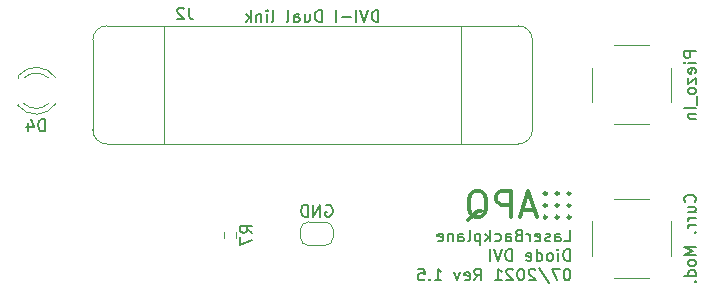
<source format=gbr>
G04 #@! TF.GenerationSoftware,KiCad,Pcbnew,(5.1.9)-1*
G04 #@! TF.CreationDate,2021-08-10T13:31:54+02:00*
G04 #@! TF.ProjectId,DgDrive_DVI,44674472-6976-4655-9f44-56492e6b6963,1.5*
G04 #@! TF.SameCoordinates,Original*
G04 #@! TF.FileFunction,Legend,Bot*
G04 #@! TF.FilePolarity,Positive*
%FSLAX46Y46*%
G04 Gerber Fmt 4.6, Leading zero omitted, Abs format (unit mm)*
G04 Created by KiCad (PCBNEW (5.1.9)-1) date 2021-08-10 13:31:54*
%MOMM*%
%LPD*%
G01*
G04 APERTURE LIST*
%ADD10C,0.150000*%
%ADD11C,0.120000*%
%ADD12C,0.250000*%
%ADD13C,0.300000*%
G04 APERTURE END LIST*
D10*
X145788214Y-112752380D02*
X146264404Y-112752380D01*
X146264404Y-111752380D01*
X145026309Y-112752380D02*
X145026309Y-112228571D01*
X145073928Y-112133333D01*
X145169166Y-112085714D01*
X145359642Y-112085714D01*
X145454880Y-112133333D01*
X145026309Y-112704761D02*
X145121547Y-112752380D01*
X145359642Y-112752380D01*
X145454880Y-112704761D01*
X145502500Y-112609523D01*
X145502500Y-112514285D01*
X145454880Y-112419047D01*
X145359642Y-112371428D01*
X145121547Y-112371428D01*
X145026309Y-112323809D01*
X144597738Y-112704761D02*
X144502500Y-112752380D01*
X144312023Y-112752380D01*
X144216785Y-112704761D01*
X144169166Y-112609523D01*
X144169166Y-112561904D01*
X144216785Y-112466666D01*
X144312023Y-112419047D01*
X144454880Y-112419047D01*
X144550119Y-112371428D01*
X144597738Y-112276190D01*
X144597738Y-112228571D01*
X144550119Y-112133333D01*
X144454880Y-112085714D01*
X144312023Y-112085714D01*
X144216785Y-112133333D01*
X143359642Y-112704761D02*
X143454880Y-112752380D01*
X143645357Y-112752380D01*
X143740595Y-112704761D01*
X143788214Y-112609523D01*
X143788214Y-112228571D01*
X143740595Y-112133333D01*
X143645357Y-112085714D01*
X143454880Y-112085714D01*
X143359642Y-112133333D01*
X143312023Y-112228571D01*
X143312023Y-112323809D01*
X143788214Y-112419047D01*
X142883452Y-112752380D02*
X142883452Y-112085714D01*
X142883452Y-112276190D02*
X142835833Y-112180952D01*
X142788214Y-112133333D01*
X142692976Y-112085714D01*
X142597738Y-112085714D01*
X141931071Y-112228571D02*
X141788214Y-112276190D01*
X141740595Y-112323809D01*
X141692976Y-112419047D01*
X141692976Y-112561904D01*
X141740595Y-112657142D01*
X141788214Y-112704761D01*
X141883452Y-112752380D01*
X142264404Y-112752380D01*
X142264404Y-111752380D01*
X141931071Y-111752380D01*
X141835833Y-111800000D01*
X141788214Y-111847619D01*
X141740595Y-111942857D01*
X141740595Y-112038095D01*
X141788214Y-112133333D01*
X141835833Y-112180952D01*
X141931071Y-112228571D01*
X142264404Y-112228571D01*
X140835833Y-112752380D02*
X140835833Y-112228571D01*
X140883452Y-112133333D01*
X140978690Y-112085714D01*
X141169166Y-112085714D01*
X141264404Y-112133333D01*
X140835833Y-112704761D02*
X140931071Y-112752380D01*
X141169166Y-112752380D01*
X141264404Y-112704761D01*
X141312023Y-112609523D01*
X141312023Y-112514285D01*
X141264404Y-112419047D01*
X141169166Y-112371428D01*
X140931071Y-112371428D01*
X140835833Y-112323809D01*
X139931071Y-112704761D02*
X140026309Y-112752380D01*
X140216785Y-112752380D01*
X140312023Y-112704761D01*
X140359642Y-112657142D01*
X140407261Y-112561904D01*
X140407261Y-112276190D01*
X140359642Y-112180952D01*
X140312023Y-112133333D01*
X140216785Y-112085714D01*
X140026309Y-112085714D01*
X139931071Y-112133333D01*
X139502500Y-112752380D02*
X139502500Y-111752380D01*
X139407261Y-112371428D02*
X139121547Y-112752380D01*
X139121547Y-112085714D02*
X139502500Y-112466666D01*
X138692976Y-112085714D02*
X138692976Y-113085714D01*
X138692976Y-112133333D02*
X138597738Y-112085714D01*
X138407261Y-112085714D01*
X138312023Y-112133333D01*
X138264404Y-112180952D01*
X138216785Y-112276190D01*
X138216785Y-112561904D01*
X138264404Y-112657142D01*
X138312023Y-112704761D01*
X138407261Y-112752380D01*
X138597738Y-112752380D01*
X138692976Y-112704761D01*
X137645357Y-112752380D02*
X137740595Y-112704761D01*
X137788214Y-112609523D01*
X137788214Y-111752380D01*
X136835833Y-112752380D02*
X136835833Y-112228571D01*
X136883452Y-112133333D01*
X136978690Y-112085714D01*
X137169166Y-112085714D01*
X137264404Y-112133333D01*
X136835833Y-112704761D02*
X136931071Y-112752380D01*
X137169166Y-112752380D01*
X137264404Y-112704761D01*
X137312023Y-112609523D01*
X137312023Y-112514285D01*
X137264404Y-112419047D01*
X137169166Y-112371428D01*
X136931071Y-112371428D01*
X136835833Y-112323809D01*
X136359642Y-112085714D02*
X136359642Y-112752380D01*
X136359642Y-112180952D02*
X136312023Y-112133333D01*
X136216785Y-112085714D01*
X136073928Y-112085714D01*
X135978690Y-112133333D01*
X135931071Y-112228571D01*
X135931071Y-112752380D01*
X135073928Y-112704761D02*
X135169166Y-112752380D01*
X135359642Y-112752380D01*
X135454880Y-112704761D01*
X135502500Y-112609523D01*
X135502500Y-112228571D01*
X135454880Y-112133333D01*
X135359642Y-112085714D01*
X135169166Y-112085714D01*
X135073928Y-112133333D01*
X135026309Y-112228571D01*
X135026309Y-112323809D01*
X135502500Y-112419047D01*
X146264404Y-114402380D02*
X146264404Y-113402380D01*
X146026309Y-113402380D01*
X145883452Y-113450000D01*
X145788214Y-113545238D01*
X145740595Y-113640476D01*
X145692976Y-113830952D01*
X145692976Y-113973809D01*
X145740595Y-114164285D01*
X145788214Y-114259523D01*
X145883452Y-114354761D01*
X146026309Y-114402380D01*
X146264404Y-114402380D01*
X145264404Y-114402380D02*
X145264404Y-113735714D01*
X145264404Y-113402380D02*
X145312023Y-113450000D01*
X145264404Y-113497619D01*
X145216785Y-113450000D01*
X145264404Y-113402380D01*
X145264404Y-113497619D01*
X144645357Y-114402380D02*
X144740595Y-114354761D01*
X144788214Y-114307142D01*
X144835833Y-114211904D01*
X144835833Y-113926190D01*
X144788214Y-113830952D01*
X144740595Y-113783333D01*
X144645357Y-113735714D01*
X144502500Y-113735714D01*
X144407261Y-113783333D01*
X144359642Y-113830952D01*
X144312023Y-113926190D01*
X144312023Y-114211904D01*
X144359642Y-114307142D01*
X144407261Y-114354761D01*
X144502500Y-114402380D01*
X144645357Y-114402380D01*
X143454880Y-114402380D02*
X143454880Y-113402380D01*
X143454880Y-114354761D02*
X143550119Y-114402380D01*
X143740595Y-114402380D01*
X143835833Y-114354761D01*
X143883452Y-114307142D01*
X143931071Y-114211904D01*
X143931071Y-113926190D01*
X143883452Y-113830952D01*
X143835833Y-113783333D01*
X143740595Y-113735714D01*
X143550119Y-113735714D01*
X143454880Y-113783333D01*
X142597738Y-114354761D02*
X142692976Y-114402380D01*
X142883452Y-114402380D01*
X142978690Y-114354761D01*
X143026309Y-114259523D01*
X143026309Y-113878571D01*
X142978690Y-113783333D01*
X142883452Y-113735714D01*
X142692976Y-113735714D01*
X142597738Y-113783333D01*
X142550119Y-113878571D01*
X142550119Y-113973809D01*
X143026309Y-114069047D01*
X141359642Y-114402380D02*
X141359642Y-113402380D01*
X141121547Y-113402380D01*
X140978690Y-113450000D01*
X140883452Y-113545238D01*
X140835833Y-113640476D01*
X140788214Y-113830952D01*
X140788214Y-113973809D01*
X140835833Y-114164285D01*
X140883452Y-114259523D01*
X140978690Y-114354761D01*
X141121547Y-114402380D01*
X141359642Y-114402380D01*
X140502500Y-113402380D02*
X140169166Y-114402380D01*
X139835833Y-113402380D01*
X139502500Y-114402380D02*
X139502500Y-113402380D01*
X146073928Y-115052380D02*
X145978690Y-115052380D01*
X145883452Y-115100000D01*
X145835833Y-115147619D01*
X145788214Y-115242857D01*
X145740595Y-115433333D01*
X145740595Y-115671428D01*
X145788214Y-115861904D01*
X145835833Y-115957142D01*
X145883452Y-116004761D01*
X145978690Y-116052380D01*
X146073928Y-116052380D01*
X146169166Y-116004761D01*
X146216785Y-115957142D01*
X146264404Y-115861904D01*
X146312023Y-115671428D01*
X146312023Y-115433333D01*
X146264404Y-115242857D01*
X146216785Y-115147619D01*
X146169166Y-115100000D01*
X146073928Y-115052380D01*
X145407261Y-115052380D02*
X144740595Y-115052380D01*
X145169166Y-116052380D01*
X143645357Y-115004761D02*
X144502500Y-116290476D01*
X143359642Y-115147619D02*
X143312023Y-115100000D01*
X143216785Y-115052380D01*
X142978690Y-115052380D01*
X142883452Y-115100000D01*
X142835833Y-115147619D01*
X142788214Y-115242857D01*
X142788214Y-115338095D01*
X142835833Y-115480952D01*
X143407261Y-116052380D01*
X142788214Y-116052380D01*
X142169166Y-115052380D02*
X142073928Y-115052380D01*
X141978690Y-115100000D01*
X141931071Y-115147619D01*
X141883452Y-115242857D01*
X141835833Y-115433333D01*
X141835833Y-115671428D01*
X141883452Y-115861904D01*
X141931071Y-115957142D01*
X141978690Y-116004761D01*
X142073928Y-116052380D01*
X142169166Y-116052380D01*
X142264404Y-116004761D01*
X142312023Y-115957142D01*
X142359642Y-115861904D01*
X142407261Y-115671428D01*
X142407261Y-115433333D01*
X142359642Y-115242857D01*
X142312023Y-115147619D01*
X142264404Y-115100000D01*
X142169166Y-115052380D01*
X141454880Y-115147619D02*
X141407261Y-115100000D01*
X141312023Y-115052380D01*
X141073928Y-115052380D01*
X140978690Y-115100000D01*
X140931071Y-115147619D01*
X140883452Y-115242857D01*
X140883452Y-115338095D01*
X140931071Y-115480952D01*
X141502500Y-116052380D01*
X140883452Y-116052380D01*
X139931071Y-116052380D02*
X140502500Y-116052380D01*
X140216785Y-116052380D02*
X140216785Y-115052380D01*
X140312023Y-115195238D01*
X140407261Y-115290476D01*
X140502500Y-115338095D01*
X138169166Y-116052380D02*
X138502500Y-115576190D01*
X138740595Y-116052380D02*
X138740595Y-115052380D01*
X138359642Y-115052380D01*
X138264404Y-115100000D01*
X138216785Y-115147619D01*
X138169166Y-115242857D01*
X138169166Y-115385714D01*
X138216785Y-115480952D01*
X138264404Y-115528571D01*
X138359642Y-115576190D01*
X138740595Y-115576190D01*
X137359642Y-116004761D02*
X137454880Y-116052380D01*
X137645357Y-116052380D01*
X137740595Y-116004761D01*
X137788214Y-115909523D01*
X137788214Y-115528571D01*
X137740595Y-115433333D01*
X137645357Y-115385714D01*
X137454880Y-115385714D01*
X137359642Y-115433333D01*
X137312023Y-115528571D01*
X137312023Y-115623809D01*
X137788214Y-115719047D01*
X136978690Y-115385714D02*
X136740595Y-116052380D01*
X136502500Y-115385714D01*
X134835833Y-116052380D02*
X135407261Y-116052380D01*
X135121547Y-116052380D02*
X135121547Y-115052380D01*
X135216785Y-115195238D01*
X135312023Y-115290476D01*
X135407261Y-115338095D01*
X134407261Y-115957142D02*
X134359642Y-116004761D01*
X134407261Y-116052380D01*
X134454880Y-116004761D01*
X134407261Y-115957142D01*
X134407261Y-116052380D01*
X133454880Y-115052380D02*
X133931071Y-115052380D01*
X133978690Y-115528571D01*
X133931071Y-115480952D01*
X133835833Y-115433333D01*
X133597738Y-115433333D01*
X133502500Y-115480952D01*
X133454880Y-115528571D01*
X133407261Y-115623809D01*
X133407261Y-115861904D01*
X133454880Y-115957142D01*
X133502500Y-116004761D01*
X133597738Y-116052380D01*
X133835833Y-116052380D01*
X133931071Y-116004761D01*
X133978690Y-115957142D01*
D11*
X99532000Y-101236000D02*
X99532000Y-101080000D01*
X99532000Y-98920000D02*
X99532000Y-98764000D01*
X102133130Y-98920163D02*
G75*
G03*
X100051039Y-98920000I-1041130J-1079837D01*
G01*
X102133130Y-101079837D02*
G75*
G02*
X100051039Y-101080000I-1041130J1079837D01*
G01*
X102764335Y-98921392D02*
G75*
G03*
X99532000Y-98764484I-1672335J-1078608D01*
G01*
X102764335Y-101078608D02*
G75*
G02*
X99532000Y-101235516I-1672335J1078608D01*
G01*
X148145000Y-113950000D02*
X148145000Y-111050000D01*
X154855000Y-113950000D02*
X154855000Y-111050000D01*
X150050000Y-109145000D02*
X152950000Y-109145000D01*
X150050000Y-115855000D02*
X152950000Y-115855000D01*
X148145000Y-100950000D02*
X148145000Y-98050000D01*
X154855000Y-100950000D02*
X154855000Y-98050000D01*
X150050000Y-96145000D02*
X152950000Y-96145000D01*
X150050000Y-102855000D02*
X152950000Y-102855000D01*
X118022500Y-112437258D02*
X118022500Y-111962742D01*
X116977500Y-112437258D02*
X116977500Y-111962742D01*
D12*
X146325000Y-110700000D02*
G75*
G03*
X146325000Y-110700000I-125000J0D01*
G01*
X144325000Y-110700000D02*
G75*
G03*
X144325000Y-110700000I-125000J0D01*
G01*
X145325000Y-110700000D02*
G75*
G03*
X145325000Y-110700000I-125000J0D01*
G01*
X144325000Y-109700000D02*
G75*
G03*
X144325000Y-109700000I-125000J0D01*
G01*
X145325000Y-109700000D02*
G75*
G03*
X145325000Y-109700000I-125000J0D01*
G01*
X146325000Y-109700000D02*
G75*
G03*
X146325000Y-109700000I-125000J0D01*
G01*
X146325000Y-108700000D02*
G75*
G03*
X146325000Y-108700000I-125000J0D01*
G01*
X145325000Y-108700000D02*
G75*
G03*
X145325000Y-108700000I-125000J0D01*
G01*
X144325000Y-108700000D02*
G75*
G03*
X144325000Y-108700000I-125000J0D01*
G01*
D11*
X143110000Y-95700000D02*
X143110000Y-103300000D01*
X105880000Y-95700000D02*
X105880000Y-103300000D01*
X137068000Y-94500000D02*
X137068000Y-104455000D01*
X111922000Y-94500000D02*
X111922000Y-104455000D01*
X141910000Y-94500000D02*
X107080000Y-94500000D01*
X141910000Y-104500000D02*
X107080000Y-104500000D01*
X143110000Y-103300000D02*
G75*
G02*
X141910000Y-104500000I-1200000J0D01*
G01*
X141910000Y-94500000D02*
G75*
G02*
X143110000Y-95700000I0J-1200000D01*
G01*
X107080000Y-104500000D02*
G75*
G02*
X105880000Y-103300000I0J1200000D01*
G01*
X105880000Y-95700000D02*
G75*
G02*
X107080000Y-94500000I1200000J0D01*
G01*
X123450000Y-111800000D02*
X123450000Y-112400000D01*
X125550000Y-111100000D02*
X124150000Y-111100000D01*
X126250000Y-112400000D02*
X126250000Y-111800000D01*
X124150000Y-113100000D02*
X125550000Y-113100000D01*
X123450000Y-112400000D02*
G75*
G03*
X124150000Y-113100000I700000J0D01*
G01*
X124150000Y-111100000D02*
G75*
G03*
X123450000Y-111800000I0J-700000D01*
G01*
X126250000Y-111800000D02*
G75*
G03*
X125550000Y-111100000I-700000J0D01*
G01*
X125550000Y-113100000D02*
G75*
G03*
X126250000Y-112400000I0J700000D01*
G01*
D10*
X101830095Y-103412380D02*
X101830095Y-102412380D01*
X101592000Y-102412380D01*
X101449142Y-102460000D01*
X101353904Y-102555238D01*
X101306285Y-102650476D01*
X101258666Y-102840952D01*
X101258666Y-102983809D01*
X101306285Y-103174285D01*
X101353904Y-103269523D01*
X101449142Y-103364761D01*
X101592000Y-103412380D01*
X101830095Y-103412380D01*
X100401523Y-102745714D02*
X100401523Y-103412380D01*
X100639619Y-102364761D02*
X100877714Y-103079047D01*
X100258666Y-103079047D01*
X156857142Y-109404761D02*
X156904761Y-109357142D01*
X156952380Y-109214285D01*
X156952380Y-109119047D01*
X156904761Y-108976190D01*
X156809523Y-108880952D01*
X156714285Y-108833333D01*
X156523809Y-108785714D01*
X156380952Y-108785714D01*
X156190476Y-108833333D01*
X156095238Y-108880952D01*
X156000000Y-108976190D01*
X155952380Y-109119047D01*
X155952380Y-109214285D01*
X156000000Y-109357142D01*
X156047619Y-109404761D01*
X156285714Y-110261904D02*
X156952380Y-110261904D01*
X156285714Y-109833333D02*
X156809523Y-109833333D01*
X156904761Y-109880952D01*
X156952380Y-109976190D01*
X156952380Y-110119047D01*
X156904761Y-110214285D01*
X156857142Y-110261904D01*
X156952380Y-110738095D02*
X156285714Y-110738095D01*
X156476190Y-110738095D02*
X156380952Y-110785714D01*
X156333333Y-110833333D01*
X156285714Y-110928571D01*
X156285714Y-111023809D01*
X156952380Y-111357142D02*
X156285714Y-111357142D01*
X156476190Y-111357142D02*
X156380952Y-111404761D01*
X156333333Y-111452380D01*
X156285714Y-111547619D01*
X156285714Y-111642857D01*
X156857142Y-111976190D02*
X156904761Y-112023809D01*
X156952380Y-111976190D01*
X156904761Y-111928571D01*
X156857142Y-111976190D01*
X156952380Y-111976190D01*
X156952380Y-113214285D02*
X155952380Y-113214285D01*
X156666666Y-113547619D01*
X155952380Y-113880952D01*
X156952380Y-113880952D01*
X156952380Y-114500000D02*
X156904761Y-114404761D01*
X156857142Y-114357142D01*
X156761904Y-114309523D01*
X156476190Y-114309523D01*
X156380952Y-114357142D01*
X156333333Y-114404761D01*
X156285714Y-114500000D01*
X156285714Y-114642857D01*
X156333333Y-114738095D01*
X156380952Y-114785714D01*
X156476190Y-114833333D01*
X156761904Y-114833333D01*
X156857142Y-114785714D01*
X156904761Y-114738095D01*
X156952380Y-114642857D01*
X156952380Y-114500000D01*
X156952380Y-115690476D02*
X155952380Y-115690476D01*
X156904761Y-115690476D02*
X156952380Y-115595238D01*
X156952380Y-115404761D01*
X156904761Y-115309523D01*
X156857142Y-115261904D01*
X156761904Y-115214285D01*
X156476190Y-115214285D01*
X156380952Y-115261904D01*
X156333333Y-115309523D01*
X156285714Y-115404761D01*
X156285714Y-115595238D01*
X156333333Y-115690476D01*
X156857142Y-116166666D02*
X156904761Y-116214285D01*
X156952380Y-116166666D01*
X156904761Y-116119047D01*
X156857142Y-116166666D01*
X156952380Y-116166666D01*
X156952380Y-96642857D02*
X155952380Y-96642857D01*
X155952380Y-97023809D01*
X156000000Y-97119047D01*
X156047619Y-97166666D01*
X156142857Y-97214285D01*
X156285714Y-97214285D01*
X156380952Y-97166666D01*
X156428571Y-97119047D01*
X156476190Y-97023809D01*
X156476190Y-96642857D01*
X156952380Y-97642857D02*
X156285714Y-97642857D01*
X155952380Y-97642857D02*
X156000000Y-97595238D01*
X156047619Y-97642857D01*
X156000000Y-97690476D01*
X155952380Y-97642857D01*
X156047619Y-97642857D01*
X156904761Y-98500000D02*
X156952380Y-98404761D01*
X156952380Y-98214285D01*
X156904761Y-98119047D01*
X156809523Y-98071428D01*
X156428571Y-98071428D01*
X156333333Y-98119047D01*
X156285714Y-98214285D01*
X156285714Y-98404761D01*
X156333333Y-98500000D01*
X156428571Y-98547619D01*
X156523809Y-98547619D01*
X156619047Y-98071428D01*
X156285714Y-98880952D02*
X156285714Y-99404761D01*
X156952380Y-98880952D01*
X156952380Y-99404761D01*
X156952380Y-99928571D02*
X156904761Y-99833333D01*
X156857142Y-99785714D01*
X156761904Y-99738095D01*
X156476190Y-99738095D01*
X156380952Y-99785714D01*
X156333333Y-99833333D01*
X156285714Y-99928571D01*
X156285714Y-100071428D01*
X156333333Y-100166666D01*
X156380952Y-100214285D01*
X156476190Y-100261904D01*
X156761904Y-100261904D01*
X156857142Y-100214285D01*
X156904761Y-100166666D01*
X156952380Y-100071428D01*
X156952380Y-99928571D01*
X157047619Y-100452380D02*
X157047619Y-101214285D01*
X156952380Y-101452380D02*
X155952380Y-101452380D01*
X156285714Y-101928571D02*
X156952380Y-101928571D01*
X156380952Y-101928571D02*
X156333333Y-101976190D01*
X156285714Y-102071428D01*
X156285714Y-102214285D01*
X156333333Y-102309523D01*
X156428571Y-102357142D01*
X156952380Y-102357142D01*
X119382380Y-112033333D02*
X118906190Y-111700000D01*
X119382380Y-111461904D02*
X118382380Y-111461904D01*
X118382380Y-111842857D01*
X118430000Y-111938095D01*
X118477619Y-111985714D01*
X118572857Y-112033333D01*
X118715714Y-112033333D01*
X118810952Y-111985714D01*
X118858571Y-111938095D01*
X118906190Y-111842857D01*
X118906190Y-111461904D01*
X118382380Y-112366666D02*
X118382380Y-113033333D01*
X119382380Y-112604761D01*
D13*
X143276190Y-110066666D02*
X142228571Y-110066666D01*
X143485714Y-110695238D02*
X142752380Y-108495238D01*
X142019047Y-110695238D01*
X141285714Y-110695238D02*
X141285714Y-108495238D01*
X140447619Y-108495238D01*
X140238095Y-108600000D01*
X140133333Y-108704761D01*
X140028571Y-108914285D01*
X140028571Y-109228571D01*
X140133333Y-109438095D01*
X140238095Y-109542857D01*
X140447619Y-109647619D01*
X141285714Y-109647619D01*
X137619047Y-110904761D02*
X137828571Y-110800000D01*
X138038095Y-110590476D01*
X138352380Y-110276190D01*
X138561904Y-110171428D01*
X138771428Y-110171428D01*
X138666666Y-110695238D02*
X138876190Y-110590476D01*
X139085714Y-110380952D01*
X139190476Y-109961904D01*
X139190476Y-109228571D01*
X139085714Y-108809523D01*
X138876190Y-108600000D01*
X138666666Y-108495238D01*
X138247619Y-108495238D01*
X138038095Y-108600000D01*
X137828571Y-108809523D01*
X137723809Y-109228571D01*
X137723809Y-109961904D01*
X137828571Y-110380952D01*
X138038095Y-110590476D01*
X138247619Y-110695238D01*
X138666666Y-110695238D01*
D10*
X114028333Y-92952380D02*
X114028333Y-93666666D01*
X114075952Y-93809523D01*
X114171190Y-93904761D01*
X114314047Y-93952380D01*
X114409285Y-93952380D01*
X113599761Y-93047619D02*
X113552142Y-93000000D01*
X113456904Y-92952380D01*
X113218809Y-92952380D01*
X113123571Y-93000000D01*
X113075952Y-93047619D01*
X113028333Y-93142857D01*
X113028333Y-93238095D01*
X113075952Y-93380952D01*
X113647380Y-93952380D01*
X113028333Y-93952380D01*
X130066428Y-94167380D02*
X130066428Y-93167380D01*
X129828333Y-93167380D01*
X129685476Y-93215000D01*
X129590238Y-93310238D01*
X129542619Y-93405476D01*
X129495000Y-93595952D01*
X129495000Y-93738809D01*
X129542619Y-93929285D01*
X129590238Y-94024523D01*
X129685476Y-94119761D01*
X129828333Y-94167380D01*
X130066428Y-94167380D01*
X129209285Y-93167380D02*
X128875952Y-94167380D01*
X128542619Y-93167380D01*
X128209285Y-94167380D02*
X128209285Y-93167380D01*
X127733095Y-93786428D02*
X126971190Y-93786428D01*
X126495000Y-94167380D02*
X126495000Y-93167380D01*
X125256904Y-94167380D02*
X125256904Y-93167380D01*
X125018809Y-93167380D01*
X124875952Y-93215000D01*
X124780714Y-93310238D01*
X124733095Y-93405476D01*
X124685476Y-93595952D01*
X124685476Y-93738809D01*
X124733095Y-93929285D01*
X124780714Y-94024523D01*
X124875952Y-94119761D01*
X125018809Y-94167380D01*
X125256904Y-94167380D01*
X123828333Y-93500714D02*
X123828333Y-94167380D01*
X124256904Y-93500714D02*
X124256904Y-94024523D01*
X124209285Y-94119761D01*
X124114047Y-94167380D01*
X123971190Y-94167380D01*
X123875952Y-94119761D01*
X123828333Y-94072142D01*
X122923571Y-94167380D02*
X122923571Y-93643571D01*
X122971190Y-93548333D01*
X123066428Y-93500714D01*
X123256904Y-93500714D01*
X123352142Y-93548333D01*
X122923571Y-94119761D02*
X123018809Y-94167380D01*
X123256904Y-94167380D01*
X123352142Y-94119761D01*
X123399761Y-94024523D01*
X123399761Y-93929285D01*
X123352142Y-93834047D01*
X123256904Y-93786428D01*
X123018809Y-93786428D01*
X122923571Y-93738809D01*
X122304523Y-94167380D02*
X122399761Y-94119761D01*
X122447380Y-94024523D01*
X122447380Y-93167380D01*
X121018809Y-94167380D02*
X121114047Y-94119761D01*
X121161666Y-94024523D01*
X121161666Y-93167380D01*
X120637857Y-94167380D02*
X120637857Y-93500714D01*
X120637857Y-93167380D02*
X120685476Y-93215000D01*
X120637857Y-93262619D01*
X120590238Y-93215000D01*
X120637857Y-93167380D01*
X120637857Y-93262619D01*
X120161666Y-93500714D02*
X120161666Y-94167380D01*
X120161666Y-93595952D02*
X120114047Y-93548333D01*
X120018809Y-93500714D01*
X119875952Y-93500714D01*
X119780714Y-93548333D01*
X119733095Y-93643571D01*
X119733095Y-94167380D01*
X119256904Y-94167380D02*
X119256904Y-93167380D01*
X119161666Y-93786428D02*
X118875952Y-94167380D01*
X118875952Y-93500714D02*
X119256904Y-93881666D01*
X125611904Y-109700000D02*
X125707142Y-109652380D01*
X125850000Y-109652380D01*
X125992857Y-109700000D01*
X126088095Y-109795238D01*
X126135714Y-109890476D01*
X126183333Y-110080952D01*
X126183333Y-110223809D01*
X126135714Y-110414285D01*
X126088095Y-110509523D01*
X125992857Y-110604761D01*
X125850000Y-110652380D01*
X125754761Y-110652380D01*
X125611904Y-110604761D01*
X125564285Y-110557142D01*
X125564285Y-110223809D01*
X125754761Y-110223809D01*
X125135714Y-110652380D02*
X125135714Y-109652380D01*
X124564285Y-110652380D01*
X124564285Y-109652380D01*
X124088095Y-110652380D02*
X124088095Y-109652380D01*
X123850000Y-109652380D01*
X123707142Y-109700000D01*
X123611904Y-109795238D01*
X123564285Y-109890476D01*
X123516666Y-110080952D01*
X123516666Y-110223809D01*
X123564285Y-110414285D01*
X123611904Y-110509523D01*
X123707142Y-110604761D01*
X123850000Y-110652380D01*
X124088095Y-110652380D01*
M02*

</source>
